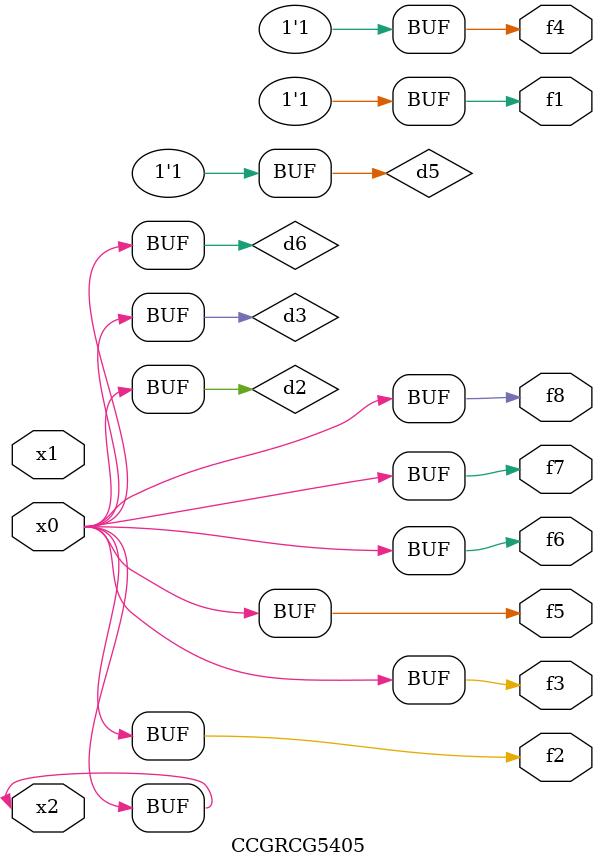
<source format=v>
module CCGRCG5405(
	input x0, x1, x2,
	output f1, f2, f3, f4, f5, f6, f7, f8
);

	wire d1, d2, d3, d4, d5, d6;

	xnor (d1, x2);
	buf (d2, x0, x2);
	and (d3, x0);
	xnor (d4, x1, x2);
	nand (d5, d1, d3);
	buf (d6, d2, d3);
	assign f1 = d5;
	assign f2 = d6;
	assign f3 = d6;
	assign f4 = d5;
	assign f5 = d6;
	assign f6 = d6;
	assign f7 = d6;
	assign f8 = d6;
endmodule

</source>
